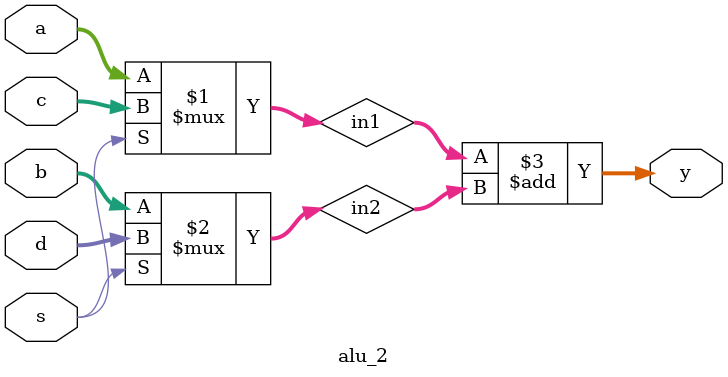
<source format=v>
module alu_2 (
   input [3:0] a, 
   input [3:0] b,
   input [3:0] c,
   input [3:0] d,
   input s,
   output [3:0] y);
   
   wire [3:0] in1, in2;
   
   assign in1 = s ? c : a;
   assign in2 = s ? d : b;
   assign y = in1 + in2;
      
endmodule
   
   
</source>
